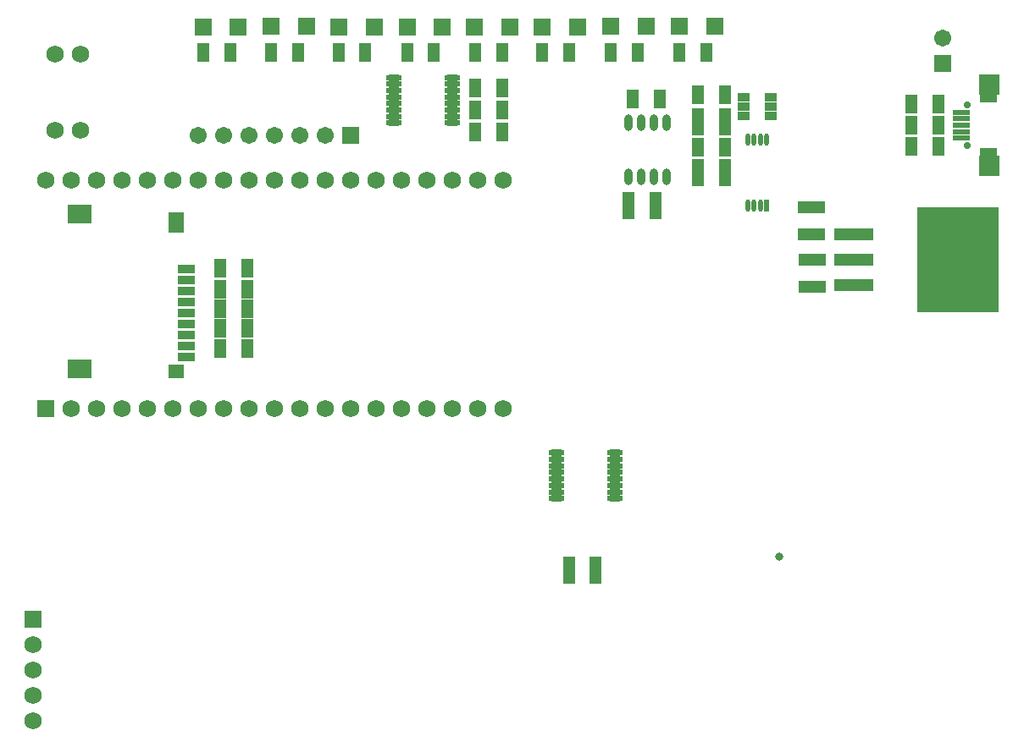
<source format=gbs>
G04*
G04 #@! TF.GenerationSoftware,Altium Limited,Altium Designer,18.1.7 (191)*
G04*
G04 Layer_Color=16711935*
%FSLAX25Y25*%
%MOIN*%
G70*
G01*
G75*
%ADD46R,0.05131X0.11036*%
%ADD47O,0.06312X0.02572*%
%ADD49R,0.05131X0.07493*%
%ADD51R,0.11036X0.05131*%
%ADD52R,0.06800X0.06800*%
%ADD55O,0.03162X0.06509*%
%ADD59R,0.06706X0.06706*%
%ADD60C,0.06800*%
%ADD61C,0.06706*%
%ADD62R,0.06706X0.06706*%
%ADD63R,0.06706X0.03950*%
%ADD64C,0.02769*%
%ADD65R,0.06800X0.06800*%
%ADD66C,0.03300*%
%ADD87R,0.07099X0.03556*%
%ADD88R,0.09461X0.07493*%
%ADD89R,0.06312X0.07887*%
%ADD90R,0.06312X0.05524*%
%ADD91O,0.02000X0.04700*%
%ADD92R,0.02000X0.04700*%
%ADD93R,0.04737X0.03359*%
%ADD94R,0.15170X0.04737*%
%ADD95R,0.31902X0.41745*%
%ADD96R,0.06902X0.02375*%
%ADD97R,0.08280X0.07887*%
D46*
X229000Y67700D02*
D03*
X218370D02*
D03*
X241909Y211281D02*
D03*
X252539D02*
D03*
X269309Y244481D02*
D03*
X279939D02*
D03*
Y224281D02*
D03*
X269309D02*
D03*
D47*
X213386Y95943D02*
D03*
Y98502D02*
D03*
Y101062D02*
D03*
Y103621D02*
D03*
Y106180D02*
D03*
Y108739D02*
D03*
Y111298D02*
D03*
Y113857D02*
D03*
X236614Y95943D02*
D03*
Y98502D02*
D03*
Y101062D02*
D03*
Y103621D02*
D03*
Y106180D02*
D03*
Y108739D02*
D03*
Y111298D02*
D03*
Y113857D02*
D03*
X149410Y243924D02*
D03*
Y246483D02*
D03*
Y249042D02*
D03*
Y251601D02*
D03*
Y254160D02*
D03*
Y256719D02*
D03*
Y259278D02*
D03*
Y261838D02*
D03*
X172638Y243924D02*
D03*
Y246483D02*
D03*
Y249042D02*
D03*
Y251601D02*
D03*
Y254160D02*
D03*
Y256719D02*
D03*
Y259278D02*
D03*
Y261838D02*
D03*
D49*
X91739Y154881D02*
D03*
X81109D02*
D03*
X91739Y186681D02*
D03*
X81109D02*
D03*
X91739Y162881D02*
D03*
X81109D02*
D03*
X91739Y170681D02*
D03*
X81109D02*
D03*
X91739Y178481D02*
D03*
X81109D02*
D03*
X85124Y271601D02*
D03*
X74494D02*
D03*
X111924D02*
D03*
X101294D02*
D03*
X138324D02*
D03*
X127694D02*
D03*
X165324D02*
D03*
X154694D02*
D03*
X192124D02*
D03*
X181494D02*
D03*
X218524D02*
D03*
X207894D02*
D03*
X245524D02*
D03*
X234894D02*
D03*
X272524D02*
D03*
X261894D02*
D03*
X192254Y240481D02*
D03*
X181624D02*
D03*
X192254Y249081D02*
D03*
X181624D02*
D03*
X192254Y257681D02*
D03*
X181624D02*
D03*
X269309Y254881D02*
D03*
X279939D02*
D03*
Y234281D02*
D03*
X269309D02*
D03*
X243509Y253481D02*
D03*
X254139D02*
D03*
X363701Y243040D02*
D03*
X353071D02*
D03*
X363701Y234840D02*
D03*
X353071D02*
D03*
X363701Y251199D02*
D03*
X353071D02*
D03*
D51*
X314136Y190046D02*
D03*
Y179416D02*
D03*
X313936Y200031D02*
D03*
Y210661D02*
D03*
D52*
X7516Y48418D02*
D03*
D55*
X241924Y244009D02*
D03*
X246924D02*
D03*
X251924D02*
D03*
X256924D02*
D03*
X241924Y222553D02*
D03*
X246924D02*
D03*
X251924D02*
D03*
X256924D02*
D03*
D59*
X365409Y267263D02*
D03*
D60*
X26124Y241081D02*
D03*
X16124D02*
D03*
X26124Y271081D02*
D03*
X16124D02*
D03*
X7516Y38418D02*
D03*
Y28418D02*
D03*
Y18418D02*
D03*
Y8418D02*
D03*
X192624Y131200D02*
D03*
X182624D02*
D03*
X172624D02*
D03*
X162624D02*
D03*
X152624D02*
D03*
X142624D02*
D03*
X132624D02*
D03*
X122624D02*
D03*
X112624D02*
D03*
X102624D02*
D03*
X92624D02*
D03*
X82624D02*
D03*
X72624D02*
D03*
X62624D02*
D03*
X52624D02*
D03*
X42624D02*
D03*
X32624D02*
D03*
X22624D02*
D03*
X192624Y221200D02*
D03*
X182624D02*
D03*
X172624D02*
D03*
X162624D02*
D03*
X152624D02*
D03*
X142624D02*
D03*
X132624D02*
D03*
X122624D02*
D03*
X112624D02*
D03*
X102624D02*
D03*
X92624D02*
D03*
X82624D02*
D03*
X72624D02*
D03*
X62624D02*
D03*
X52624D02*
D03*
X42624D02*
D03*
X32624D02*
D03*
X22624D02*
D03*
X12624D02*
D03*
D61*
X72624Y239081D02*
D03*
X82624D02*
D03*
X92624D02*
D03*
X102624D02*
D03*
X122624D02*
D03*
X112624D02*
D03*
X365409Y277263D02*
D03*
D62*
X261938Y282001D02*
D03*
X275718D02*
D03*
X234938D02*
D03*
X248718D02*
D03*
X207938Y281801D02*
D03*
X221718D02*
D03*
X181338D02*
D03*
X195118D02*
D03*
X154738D02*
D03*
X168518D02*
D03*
X127938D02*
D03*
X141718D02*
D03*
X101338Y282001D02*
D03*
X115118D02*
D03*
X74538Y281801D02*
D03*
X88318D02*
D03*
X132624Y239081D02*
D03*
D63*
X383554Y231918D02*
D03*
Y254162D02*
D03*
D64*
X375090Y250914D02*
D03*
Y235166D02*
D03*
D65*
X12624Y131200D02*
D03*
D66*
X301200Y72932D02*
D03*
D87*
X67724Y186412D02*
D03*
Y182081D02*
D03*
Y177750D02*
D03*
Y173419D02*
D03*
Y169089D02*
D03*
Y164758D02*
D03*
Y160427D02*
D03*
Y151766D02*
D03*
Y156097D02*
D03*
D88*
X25960Y208065D02*
D03*
Y147042D02*
D03*
D89*
X63756Y204522D02*
D03*
D90*
Y146042D02*
D03*
D91*
X288724Y237381D02*
D03*
X291224D02*
D03*
X293724D02*
D03*
X296224D02*
D03*
X288724Y211381D02*
D03*
X291224D02*
D03*
X293724D02*
D03*
D92*
X296224D02*
D03*
D93*
X297739Y246641D02*
D03*
Y250381D02*
D03*
Y254121D02*
D03*
X287109D02*
D03*
Y250381D02*
D03*
Y246641D02*
D03*
D94*
X330679Y179881D02*
D03*
Y189881D02*
D03*
Y199881D02*
D03*
D95*
X371624Y189881D02*
D03*
D96*
X372924Y245599D02*
D03*
Y243040D02*
D03*
Y248158D02*
D03*
Y237922D02*
D03*
Y240481D02*
D03*
D97*
X383751Y227095D02*
D03*
Y258985D02*
D03*
M02*

</source>
